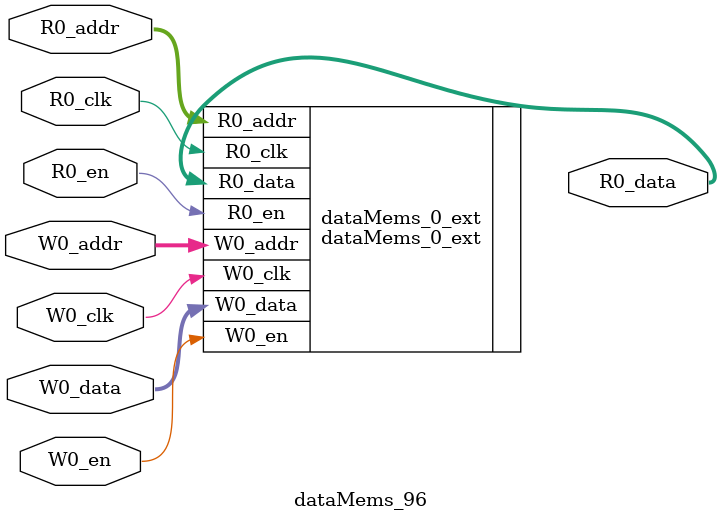
<source format=sv>
`ifndef RANDOMIZE
  `ifdef RANDOMIZE_REG_INIT
    `define RANDOMIZE
  `endif // RANDOMIZE_REG_INIT
`endif // not def RANDOMIZE
`ifndef RANDOMIZE
  `ifdef RANDOMIZE_MEM_INIT
    `define RANDOMIZE
  `endif // RANDOMIZE_MEM_INIT
`endif // not def RANDOMIZE

`ifndef RANDOM
  `define RANDOM $random
`endif // not def RANDOM

// Users can define 'PRINTF_COND' to add an extra gate to prints.
`ifndef PRINTF_COND_
  `ifdef PRINTF_COND
    `define PRINTF_COND_ (`PRINTF_COND)
  `else  // PRINTF_COND
    `define PRINTF_COND_ 1
  `endif // PRINTF_COND
`endif // not def PRINTF_COND_

// Users can define 'ASSERT_VERBOSE_COND' to add an extra gate to assert error printing.
`ifndef ASSERT_VERBOSE_COND_
  `ifdef ASSERT_VERBOSE_COND
    `define ASSERT_VERBOSE_COND_ (`ASSERT_VERBOSE_COND)
  `else  // ASSERT_VERBOSE_COND
    `define ASSERT_VERBOSE_COND_ 1
  `endif // ASSERT_VERBOSE_COND
`endif // not def ASSERT_VERBOSE_COND_

// Users can define 'STOP_COND' to add an extra gate to stop conditions.
`ifndef STOP_COND_
  `ifdef STOP_COND
    `define STOP_COND_ (`STOP_COND)
  `else  // STOP_COND
    `define STOP_COND_ 1
  `endif // STOP_COND
`endif // not def STOP_COND_

// Users can define INIT_RANDOM as general code that gets injected into the
// initializer block for modules with registers.
`ifndef INIT_RANDOM
  `define INIT_RANDOM
`endif // not def INIT_RANDOM

// If using random initialization, you can also define RANDOMIZE_DELAY to
// customize the delay used, otherwise 0.002 is used.
`ifndef RANDOMIZE_DELAY
  `define RANDOMIZE_DELAY 0.002
`endif // not def RANDOMIZE_DELAY

// Define INIT_RANDOM_PROLOG_ for use in our modules below.
`ifndef INIT_RANDOM_PROLOG_
  `ifdef RANDOMIZE
    `ifdef VERILATOR
      `define INIT_RANDOM_PROLOG_ `INIT_RANDOM
    `else  // VERILATOR
      `define INIT_RANDOM_PROLOG_ `INIT_RANDOM #`RANDOMIZE_DELAY begin end
    `endif // VERILATOR
  `else  // RANDOMIZE
    `define INIT_RANDOM_PROLOG_
  `endif // RANDOMIZE
`endif // not def INIT_RANDOM_PROLOG_

// Include register initializers in init blocks unless synthesis is set
`ifndef SYNTHESIS
  `ifndef ENABLE_INITIAL_REG_
    `define ENABLE_INITIAL_REG_
  `endif // not def ENABLE_INITIAL_REG_
`endif // not def SYNTHESIS

// Include rmemory initializers in init blocks unless synthesis is set
`ifndef SYNTHESIS
  `ifndef ENABLE_INITIAL_MEM_
    `define ENABLE_INITIAL_MEM_
  `endif // not def ENABLE_INITIAL_MEM_
`endif // not def SYNTHESIS

module dataMems_96(	// @[generators/ara/src/main/scala/UnsafeAXI4ToTL.scala:365:62]
  input  [4:0]   R0_addr,
  input          R0_en,
  input          R0_clk,
  output [258:0] R0_data,
  input  [4:0]   W0_addr,
  input          W0_en,
  input          W0_clk,
  input  [258:0] W0_data
);

  dataMems_0_ext dataMems_0_ext (	// @[generators/ara/src/main/scala/UnsafeAXI4ToTL.scala:365:62]
    .R0_addr (R0_addr),
    .R0_en   (R0_en),
    .R0_clk  (R0_clk),
    .R0_data (R0_data),
    .W0_addr (W0_addr),
    .W0_en   (W0_en),
    .W0_clk  (W0_clk),
    .W0_data (W0_data)
  );
endmodule


</source>
